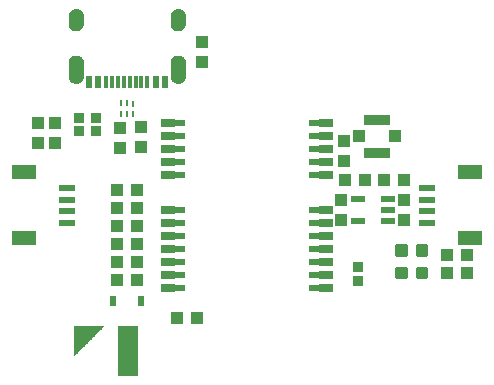
<source format=gtp>
G75*
%MOIN*%
%OFA0B0*%
%FSLAX25Y25*%
%IPPOS*%
%LPD*%
%AMOC8*
5,1,8,0,0,1.08239X$1,22.5*
%
%ADD10R,0.07874X0.04724*%
%ADD11R,0.05315X0.02362*%
%ADD12R,0.04331X0.03937*%
%ADD13C,0.00197*%
%ADD14R,0.06693X0.16535*%
%ADD15R,0.03937X0.04331*%
%ADD16C,0.01181*%
%ADD17R,0.02480X0.03268*%
%ADD18R,0.08661X0.03346*%
%ADD19R,0.04134X0.03937*%
%ADD20R,0.04724X0.02165*%
%ADD21R,0.04724X0.03150*%
%ADD22R,0.03543X0.02362*%
%ADD23R,0.00984X0.02402*%
%ADD24R,0.00984X0.02205*%
%ADD25R,0.01181X0.04000*%
%ADD26R,0.02362X0.04000*%
%ADD27R,0.02165X0.04000*%
%ADD28C,0.00039*%
%ADD29R,0.03543X0.03346*%
D10*
X0158865Y0127876D03*
X0158865Y0149924D03*
X0307802Y0149924D03*
X0307802Y0127876D03*
D11*
X0293333Y0132994D03*
X0293333Y0136931D03*
X0293333Y0140869D03*
X0293333Y0144806D03*
X0173333Y0144806D03*
X0173333Y0140869D03*
X0173333Y0136931D03*
X0173333Y0132994D03*
D12*
X0189987Y0131900D03*
X0196680Y0131900D03*
X0196680Y0125900D03*
X0189987Y0125900D03*
X0189987Y0119900D03*
X0196680Y0119900D03*
X0196680Y0113900D03*
X0189987Y0113900D03*
X0209987Y0101400D03*
X0216680Y0101400D03*
X0196680Y0137900D03*
X0189987Y0137900D03*
X0189987Y0143900D03*
X0196680Y0143900D03*
X0265987Y0147400D03*
X0272680Y0147400D03*
X0278987Y0147400D03*
X0285680Y0147400D03*
X0299987Y0122400D03*
X0306680Y0122400D03*
X0306680Y0116400D03*
X0299987Y0116400D03*
D13*
X0185231Y0098551D02*
X0175782Y0089102D01*
X0175782Y0098551D01*
X0185231Y0098551D01*
X0185123Y0098443D02*
X0175782Y0098443D01*
X0175782Y0098248D02*
X0184928Y0098248D01*
X0184732Y0098053D02*
X0175782Y0098053D01*
X0175782Y0097857D02*
X0184537Y0097857D01*
X0184342Y0097662D02*
X0175782Y0097662D01*
X0175782Y0097467D02*
X0184146Y0097467D01*
X0183951Y0097271D02*
X0175782Y0097271D01*
X0175782Y0097076D02*
X0183756Y0097076D01*
X0183560Y0096881D02*
X0175782Y0096881D01*
X0175782Y0096685D02*
X0183365Y0096685D01*
X0183170Y0096490D02*
X0175782Y0096490D01*
X0175782Y0096294D02*
X0182974Y0096294D01*
X0182779Y0096099D02*
X0175782Y0096099D01*
X0175782Y0095904D02*
X0182583Y0095904D01*
X0182388Y0095708D02*
X0175782Y0095708D01*
X0175782Y0095513D02*
X0182193Y0095513D01*
X0181997Y0095318D02*
X0175782Y0095318D01*
X0175782Y0095122D02*
X0181802Y0095122D01*
X0181607Y0094927D02*
X0175782Y0094927D01*
X0175782Y0094732D02*
X0181411Y0094732D01*
X0181216Y0094536D02*
X0175782Y0094536D01*
X0175782Y0094341D02*
X0181021Y0094341D01*
X0180825Y0094145D02*
X0175782Y0094145D01*
X0175782Y0093950D02*
X0180630Y0093950D01*
X0180435Y0093755D02*
X0175782Y0093755D01*
X0175782Y0093559D02*
X0180239Y0093559D01*
X0180044Y0093364D02*
X0175782Y0093364D01*
X0175782Y0093169D02*
X0179848Y0093169D01*
X0179653Y0092973D02*
X0175782Y0092973D01*
X0175782Y0092778D02*
X0179458Y0092778D01*
X0179262Y0092583D02*
X0175782Y0092583D01*
X0175782Y0092387D02*
X0179067Y0092387D01*
X0178872Y0092192D02*
X0175782Y0092192D01*
X0175782Y0091996D02*
X0178676Y0091996D01*
X0178481Y0091801D02*
X0175782Y0091801D01*
X0175782Y0091606D02*
X0178286Y0091606D01*
X0178090Y0091410D02*
X0175782Y0091410D01*
X0175782Y0091215D02*
X0177895Y0091215D01*
X0177699Y0091020D02*
X0175782Y0091020D01*
X0175782Y0090824D02*
X0177504Y0090824D01*
X0177309Y0090629D02*
X0175782Y0090629D01*
X0175782Y0090434D02*
X0177113Y0090434D01*
X0176918Y0090238D02*
X0175782Y0090238D01*
X0175782Y0090043D02*
X0176723Y0090043D01*
X0176527Y0089847D02*
X0175782Y0089847D01*
X0175782Y0089652D02*
X0176332Y0089652D01*
X0176137Y0089457D02*
X0175782Y0089457D01*
X0175782Y0089261D02*
X0175941Y0089261D01*
D14*
X0193617Y0090362D03*
D15*
X0264833Y0134054D03*
X0264833Y0140746D03*
X0265833Y0153554D03*
X0265833Y0160246D03*
X0285833Y0140746D03*
X0285833Y0134054D03*
X0218333Y0186554D03*
X0218333Y0193246D03*
X0198133Y0164946D03*
X0198133Y0158254D03*
X0190933Y0158054D03*
X0190933Y0164746D03*
X0169433Y0166246D03*
X0163533Y0166246D03*
X0163533Y0159554D03*
X0169433Y0159554D03*
D16*
X0286259Y0125278D02*
X0286259Y0122522D01*
X0283503Y0122522D01*
X0283503Y0125278D01*
X0286259Y0125278D01*
X0286259Y0123644D02*
X0283503Y0123644D01*
X0283503Y0124766D02*
X0286259Y0124766D01*
X0293164Y0125278D02*
X0293164Y0122522D01*
X0290408Y0122522D01*
X0290408Y0125278D01*
X0293164Y0125278D01*
X0293164Y0123644D02*
X0290408Y0123644D01*
X0290408Y0124766D02*
X0293164Y0124766D01*
X0293164Y0117778D02*
X0293164Y0115022D01*
X0290408Y0115022D01*
X0290408Y0117778D01*
X0293164Y0117778D01*
X0293164Y0116144D02*
X0290408Y0116144D01*
X0290408Y0117266D02*
X0293164Y0117266D01*
X0286259Y0117778D02*
X0286259Y0115022D01*
X0283503Y0115022D01*
X0283503Y0117778D01*
X0286259Y0117778D01*
X0286259Y0116144D02*
X0283503Y0116144D01*
X0283503Y0117266D02*
X0286259Y0117266D01*
D17*
X0197861Y0106900D03*
X0188806Y0106900D03*
D18*
X0276833Y0156487D03*
X0276833Y0167313D03*
D19*
X0270829Y0161900D03*
X0282837Y0161900D03*
D20*
X0280452Y0141140D03*
X0280452Y0137400D03*
X0280452Y0133660D03*
X0270215Y0133660D03*
X0270215Y0141140D03*
D21*
X0259711Y0137325D03*
X0259711Y0132994D03*
X0259711Y0128664D03*
X0259711Y0124333D03*
X0259711Y0120002D03*
X0259711Y0115672D03*
X0259711Y0111341D03*
X0206955Y0111341D03*
X0206955Y0115672D03*
X0206955Y0120002D03*
X0206955Y0124333D03*
X0206955Y0128664D03*
X0206955Y0132994D03*
X0206955Y0137325D03*
X0206955Y0149136D03*
X0206955Y0153467D03*
X0206955Y0157798D03*
X0206955Y0162128D03*
X0206955Y0166459D03*
X0259711Y0166459D03*
X0259711Y0162128D03*
X0259711Y0157798D03*
X0259711Y0153467D03*
X0259711Y0149136D03*
D22*
X0255577Y0149136D03*
X0255577Y0153467D03*
X0255577Y0157798D03*
X0255577Y0162128D03*
X0255577Y0166459D03*
X0255577Y0137325D03*
X0255577Y0132994D03*
X0255577Y0128664D03*
X0255577Y0124333D03*
X0255577Y0120002D03*
X0255577Y0115672D03*
X0255577Y0111341D03*
X0211089Y0111341D03*
X0211089Y0115672D03*
X0211089Y0120002D03*
X0211089Y0124333D03*
X0211089Y0128664D03*
X0211089Y0132994D03*
X0211089Y0137325D03*
X0211089Y0149136D03*
X0211089Y0153467D03*
X0211089Y0157798D03*
X0211089Y0162128D03*
X0211089Y0166459D03*
D23*
X0195202Y0172794D03*
D24*
X0193233Y0172893D03*
X0191265Y0172893D03*
X0191265Y0169507D03*
X0193233Y0169507D03*
X0195202Y0169507D03*
D25*
X0196186Y0180094D03*
X0194218Y0180094D03*
X0192249Y0180094D03*
X0190281Y0180094D03*
X0188312Y0180094D03*
X0186344Y0180094D03*
X0198155Y0180094D03*
X0200123Y0180094D03*
D26*
X0205930Y0180094D03*
X0180536Y0180094D03*
D27*
X0183588Y0180094D03*
X0202879Y0180094D03*
D28*
X0207940Y0181518D02*
X0207879Y0181960D01*
X0207879Y0186684D01*
X0207960Y0187183D01*
X0208149Y0187651D01*
X0208438Y0188066D01*
X0208812Y0188406D01*
X0209253Y0188654D01*
X0209737Y0188798D01*
X0210241Y0188830D01*
X0210745Y0188798D01*
X0211230Y0188654D01*
X0211670Y0188406D01*
X0212044Y0188066D01*
X0212333Y0187651D01*
X0212523Y0187183D01*
X0212603Y0186684D01*
X0212603Y0181960D01*
X0212542Y0181518D01*
X0212396Y0181097D01*
X0212171Y0180712D01*
X0211875Y0180378D01*
X0211519Y0180109D01*
X0211118Y0179914D01*
X0210686Y0179801D01*
X0210241Y0179775D01*
X0209796Y0179801D01*
X0209364Y0179914D01*
X0208963Y0180109D01*
X0208608Y0180378D01*
X0208311Y0180712D01*
X0208086Y0181097D01*
X0207940Y0181518D01*
X0207939Y0181522D02*
X0212543Y0181522D01*
X0212548Y0181560D02*
X0207934Y0181560D01*
X0207929Y0181598D02*
X0212554Y0181598D01*
X0212559Y0181636D02*
X0207924Y0181636D01*
X0207918Y0181674D02*
X0212564Y0181674D01*
X0212569Y0181712D02*
X0207913Y0181712D01*
X0207908Y0181750D02*
X0212574Y0181750D01*
X0212580Y0181788D02*
X0207903Y0181788D01*
X0207898Y0181826D02*
X0212585Y0181826D01*
X0212590Y0181863D02*
X0207892Y0181863D01*
X0207887Y0181901D02*
X0212595Y0181901D01*
X0212601Y0181939D02*
X0207882Y0181939D01*
X0207879Y0181977D02*
X0212603Y0181977D01*
X0212603Y0182015D02*
X0207879Y0182015D01*
X0207879Y0182053D02*
X0212603Y0182053D01*
X0212603Y0182091D02*
X0207879Y0182091D01*
X0207879Y0182129D02*
X0212603Y0182129D01*
X0212603Y0182166D02*
X0207879Y0182166D01*
X0207879Y0182204D02*
X0212603Y0182204D01*
X0212603Y0182242D02*
X0207879Y0182242D01*
X0207879Y0182280D02*
X0212603Y0182280D01*
X0212603Y0182318D02*
X0207879Y0182318D01*
X0207879Y0182356D02*
X0212603Y0182356D01*
X0212603Y0182394D02*
X0207879Y0182394D01*
X0207879Y0182432D02*
X0212603Y0182432D01*
X0212603Y0182470D02*
X0207879Y0182470D01*
X0207879Y0182507D02*
X0212603Y0182507D01*
X0212603Y0182545D02*
X0207879Y0182545D01*
X0207879Y0182583D02*
X0212603Y0182583D01*
X0212603Y0182621D02*
X0207879Y0182621D01*
X0207879Y0182659D02*
X0212603Y0182659D01*
X0212603Y0182697D02*
X0207879Y0182697D01*
X0207879Y0182735D02*
X0212603Y0182735D01*
X0212603Y0182773D02*
X0207879Y0182773D01*
X0207879Y0182810D02*
X0212603Y0182810D01*
X0212603Y0182848D02*
X0207879Y0182848D01*
X0207879Y0182886D02*
X0212603Y0182886D01*
X0212603Y0182924D02*
X0207879Y0182924D01*
X0207879Y0182962D02*
X0212603Y0182962D01*
X0212603Y0183000D02*
X0207879Y0183000D01*
X0207879Y0183038D02*
X0212603Y0183038D01*
X0212603Y0183076D02*
X0207879Y0183076D01*
X0207879Y0183114D02*
X0212603Y0183114D01*
X0212603Y0183151D02*
X0207879Y0183151D01*
X0207879Y0183189D02*
X0212603Y0183189D01*
X0212603Y0183227D02*
X0207879Y0183227D01*
X0207879Y0183265D02*
X0212603Y0183265D01*
X0212603Y0183303D02*
X0207879Y0183303D01*
X0207879Y0183341D02*
X0212603Y0183341D01*
X0212603Y0183379D02*
X0207879Y0183379D01*
X0207879Y0183417D02*
X0212603Y0183417D01*
X0212603Y0183454D02*
X0207879Y0183454D01*
X0207879Y0183492D02*
X0212603Y0183492D01*
X0212603Y0183530D02*
X0207879Y0183530D01*
X0207879Y0183568D02*
X0212603Y0183568D01*
X0212603Y0183606D02*
X0207879Y0183606D01*
X0207879Y0183644D02*
X0212603Y0183644D01*
X0212603Y0183682D02*
X0207879Y0183682D01*
X0207879Y0183720D02*
X0212603Y0183720D01*
X0212603Y0183757D02*
X0207879Y0183757D01*
X0207879Y0183795D02*
X0212603Y0183795D01*
X0212603Y0183833D02*
X0207879Y0183833D01*
X0207879Y0183871D02*
X0212603Y0183871D01*
X0212603Y0183909D02*
X0207879Y0183909D01*
X0207879Y0183947D02*
X0212603Y0183947D01*
X0212603Y0183985D02*
X0207879Y0183985D01*
X0207879Y0184023D02*
X0212603Y0184023D01*
X0212603Y0184061D02*
X0207879Y0184061D01*
X0207879Y0184098D02*
X0212603Y0184098D01*
X0212603Y0184136D02*
X0207879Y0184136D01*
X0207879Y0184174D02*
X0212603Y0184174D01*
X0212603Y0184212D02*
X0207879Y0184212D01*
X0207879Y0184250D02*
X0212603Y0184250D01*
X0212603Y0184288D02*
X0207879Y0184288D01*
X0207879Y0184326D02*
X0212603Y0184326D01*
X0212603Y0184364D02*
X0207879Y0184364D01*
X0207879Y0184401D02*
X0212603Y0184401D01*
X0212603Y0184439D02*
X0207879Y0184439D01*
X0207879Y0184477D02*
X0212603Y0184477D01*
X0212603Y0184515D02*
X0207879Y0184515D01*
X0207879Y0184553D02*
X0212603Y0184553D01*
X0212603Y0184591D02*
X0207879Y0184591D01*
X0207879Y0184629D02*
X0212603Y0184629D01*
X0212603Y0184667D02*
X0207879Y0184667D01*
X0207879Y0184705D02*
X0212603Y0184705D01*
X0212603Y0184742D02*
X0207879Y0184742D01*
X0207879Y0184780D02*
X0212603Y0184780D01*
X0212603Y0184818D02*
X0207879Y0184818D01*
X0207879Y0184856D02*
X0212603Y0184856D01*
X0212603Y0184894D02*
X0207879Y0184894D01*
X0207879Y0184932D02*
X0212603Y0184932D01*
X0212603Y0184970D02*
X0207879Y0184970D01*
X0207879Y0185008D02*
X0212603Y0185008D01*
X0212603Y0185045D02*
X0207879Y0185045D01*
X0207879Y0185083D02*
X0212603Y0185083D01*
X0212603Y0185121D02*
X0207879Y0185121D01*
X0207879Y0185159D02*
X0212603Y0185159D01*
X0212603Y0185197D02*
X0207879Y0185197D01*
X0207879Y0185235D02*
X0212603Y0185235D01*
X0212603Y0185273D02*
X0207879Y0185273D01*
X0207879Y0185311D02*
X0212603Y0185311D01*
X0212603Y0185349D02*
X0207879Y0185349D01*
X0207879Y0185386D02*
X0212603Y0185386D01*
X0212603Y0185424D02*
X0207879Y0185424D01*
X0207879Y0185462D02*
X0212603Y0185462D01*
X0212603Y0185500D02*
X0207879Y0185500D01*
X0207879Y0185538D02*
X0212603Y0185538D01*
X0212603Y0185576D02*
X0207879Y0185576D01*
X0207879Y0185614D02*
X0212603Y0185614D01*
X0212603Y0185652D02*
X0207879Y0185652D01*
X0207879Y0185689D02*
X0212603Y0185689D01*
X0212603Y0185727D02*
X0207879Y0185727D01*
X0207879Y0185765D02*
X0212603Y0185765D01*
X0212603Y0185803D02*
X0207879Y0185803D01*
X0207879Y0185841D02*
X0212603Y0185841D01*
X0212603Y0185879D02*
X0207879Y0185879D01*
X0207879Y0185917D02*
X0212603Y0185917D01*
X0212603Y0185955D02*
X0207879Y0185955D01*
X0207879Y0185992D02*
X0212603Y0185992D01*
X0212603Y0186030D02*
X0207879Y0186030D01*
X0207879Y0186068D02*
X0212603Y0186068D01*
X0212603Y0186106D02*
X0207879Y0186106D01*
X0207879Y0186144D02*
X0212603Y0186144D01*
X0212603Y0186182D02*
X0207879Y0186182D01*
X0207879Y0186220D02*
X0212603Y0186220D01*
X0212603Y0186258D02*
X0207879Y0186258D01*
X0207879Y0186296D02*
X0212603Y0186296D01*
X0212603Y0186333D02*
X0207879Y0186333D01*
X0207879Y0186371D02*
X0212603Y0186371D01*
X0212603Y0186409D02*
X0207879Y0186409D01*
X0207879Y0186447D02*
X0212603Y0186447D01*
X0212603Y0186485D02*
X0207879Y0186485D01*
X0207879Y0186523D02*
X0212603Y0186523D01*
X0212603Y0186561D02*
X0207879Y0186561D01*
X0207879Y0186599D02*
X0212603Y0186599D01*
X0212603Y0186636D02*
X0207879Y0186636D01*
X0207879Y0186674D02*
X0212603Y0186674D01*
X0212599Y0186712D02*
X0207884Y0186712D01*
X0207890Y0186750D02*
X0212593Y0186750D01*
X0212587Y0186788D02*
X0207896Y0186788D01*
X0207902Y0186826D02*
X0212581Y0186826D01*
X0212574Y0186864D02*
X0207908Y0186864D01*
X0207914Y0186902D02*
X0212568Y0186902D01*
X0212562Y0186940D02*
X0207920Y0186940D01*
X0207926Y0186977D02*
X0212556Y0186977D01*
X0212550Y0187015D02*
X0207932Y0187015D01*
X0207939Y0187053D02*
X0212544Y0187053D01*
X0212538Y0187091D02*
X0207945Y0187091D01*
X0207951Y0187129D02*
X0212532Y0187129D01*
X0212525Y0187167D02*
X0207957Y0187167D01*
X0207968Y0187205D02*
X0212514Y0187205D01*
X0212499Y0187243D02*
X0207984Y0187243D01*
X0207999Y0187280D02*
X0212483Y0187280D01*
X0212468Y0187318D02*
X0208014Y0187318D01*
X0208030Y0187356D02*
X0212453Y0187356D01*
X0212437Y0187394D02*
X0208045Y0187394D01*
X0208060Y0187432D02*
X0212422Y0187432D01*
X0212407Y0187470D02*
X0208076Y0187470D01*
X0208091Y0187508D02*
X0212391Y0187508D01*
X0212376Y0187546D02*
X0208106Y0187546D01*
X0208122Y0187584D02*
X0212361Y0187584D01*
X0212345Y0187621D02*
X0208137Y0187621D01*
X0208155Y0187659D02*
X0212328Y0187659D01*
X0212301Y0187697D02*
X0208181Y0187697D01*
X0208207Y0187735D02*
X0212275Y0187735D01*
X0212249Y0187773D02*
X0208234Y0187773D01*
X0208260Y0187811D02*
X0212222Y0187811D01*
X0212196Y0187849D02*
X0208287Y0187849D01*
X0208313Y0187887D02*
X0212169Y0187887D01*
X0212143Y0187924D02*
X0208340Y0187924D01*
X0208366Y0187962D02*
X0212116Y0187962D01*
X0212090Y0188000D02*
X0208392Y0188000D01*
X0208419Y0188038D02*
X0212064Y0188038D01*
X0212033Y0188076D02*
X0208449Y0188076D01*
X0208491Y0188114D02*
X0211991Y0188114D01*
X0211950Y0188152D02*
X0208533Y0188152D01*
X0208574Y0188190D02*
X0211908Y0188190D01*
X0211866Y0188227D02*
X0208616Y0188227D01*
X0208658Y0188265D02*
X0211825Y0188265D01*
X0211783Y0188303D02*
X0208700Y0188303D01*
X0208741Y0188341D02*
X0211741Y0188341D01*
X0211699Y0188379D02*
X0208783Y0188379D01*
X0208832Y0188417D02*
X0211650Y0188417D01*
X0211583Y0188455D02*
X0208899Y0188455D01*
X0208967Y0188493D02*
X0211516Y0188493D01*
X0211448Y0188531D02*
X0209034Y0188531D01*
X0209101Y0188568D02*
X0211381Y0188568D01*
X0211314Y0188606D02*
X0209168Y0188606D01*
X0209236Y0188644D02*
X0211247Y0188644D01*
X0211134Y0188682D02*
X0209348Y0188682D01*
X0209476Y0188720D02*
X0211007Y0188720D01*
X0210879Y0188758D02*
X0209603Y0188758D01*
X0209731Y0188796D02*
X0210751Y0188796D01*
X0212531Y0181485D02*
X0207952Y0181485D01*
X0207965Y0181447D02*
X0212518Y0181447D01*
X0212505Y0181409D02*
X0207978Y0181409D01*
X0207991Y0181371D02*
X0212492Y0181371D01*
X0212478Y0181333D02*
X0208004Y0181333D01*
X0208017Y0181295D02*
X0212465Y0181295D01*
X0212452Y0181257D02*
X0208030Y0181257D01*
X0208043Y0181219D02*
X0212439Y0181219D01*
X0212426Y0181182D02*
X0208057Y0181182D01*
X0208070Y0181144D02*
X0212413Y0181144D01*
X0212400Y0181106D02*
X0208083Y0181106D01*
X0208103Y0181068D02*
X0212380Y0181068D01*
X0212358Y0181030D02*
X0208125Y0181030D01*
X0208147Y0180992D02*
X0212335Y0180992D01*
X0212313Y0180954D02*
X0208169Y0180954D01*
X0208191Y0180916D02*
X0212291Y0180916D01*
X0212269Y0180879D02*
X0208214Y0180879D01*
X0208236Y0180841D02*
X0212247Y0180841D01*
X0212224Y0180803D02*
X0208258Y0180803D01*
X0208280Y0180765D02*
X0212202Y0180765D01*
X0212180Y0180727D02*
X0208302Y0180727D01*
X0208331Y0180689D02*
X0212151Y0180689D01*
X0212117Y0180651D02*
X0208365Y0180651D01*
X0208399Y0180613D02*
X0212084Y0180613D01*
X0212050Y0180575D02*
X0208432Y0180575D01*
X0208466Y0180538D02*
X0212016Y0180538D01*
X0211983Y0180500D02*
X0208500Y0180500D01*
X0208533Y0180462D02*
X0211949Y0180462D01*
X0211916Y0180424D02*
X0208567Y0180424D01*
X0208601Y0180386D02*
X0211882Y0180386D01*
X0211835Y0180348D02*
X0208647Y0180348D01*
X0208697Y0180310D02*
X0211785Y0180310D01*
X0211735Y0180272D02*
X0208747Y0180272D01*
X0208797Y0180235D02*
X0211685Y0180235D01*
X0211635Y0180197D02*
X0208847Y0180197D01*
X0208897Y0180159D02*
X0211585Y0180159D01*
X0211535Y0180121D02*
X0208947Y0180121D01*
X0209016Y0180083D02*
X0211466Y0180083D01*
X0211388Y0180045D02*
X0209094Y0180045D01*
X0209172Y0180007D02*
X0211310Y0180007D01*
X0211232Y0179969D02*
X0209250Y0179969D01*
X0209328Y0179931D02*
X0211154Y0179931D01*
X0211040Y0179894D02*
X0209442Y0179894D01*
X0209587Y0179856D02*
X0210895Y0179856D01*
X0210750Y0179818D02*
X0209732Y0179818D01*
X0210154Y0179780D02*
X0210328Y0179780D01*
X0210241Y0197216D02*
X0209779Y0197263D01*
X0209334Y0197400D01*
X0208925Y0197621D01*
X0208567Y0197917D01*
X0208273Y0198278D01*
X0208056Y0198689D01*
X0207923Y0199135D01*
X0207879Y0199598D01*
X0207879Y0201960D01*
X0207926Y0202419D01*
X0208062Y0202859D01*
X0208281Y0203265D01*
X0208575Y0203620D01*
X0208933Y0203911D01*
X0209340Y0204127D01*
X0209782Y0204259D01*
X0210241Y0204302D01*
X0210765Y0204246D01*
X0211263Y0204074D01*
X0211710Y0203795D01*
X0212084Y0203424D01*
X0212366Y0202980D01*
X0212542Y0202483D01*
X0212603Y0201960D01*
X0212603Y0199598D01*
X0212546Y0199070D01*
X0212373Y0198567D01*
X0212092Y0198117D01*
X0211718Y0197739D01*
X0211269Y0197455D01*
X0210769Y0197277D01*
X0210241Y0197216D01*
X0210477Y0197243D02*
X0209973Y0197243D01*
X0209720Y0197281D02*
X0210779Y0197281D01*
X0210886Y0197319D02*
X0209597Y0197319D01*
X0209474Y0197357D02*
X0210993Y0197357D01*
X0211100Y0197395D02*
X0209351Y0197395D01*
X0209274Y0197433D02*
X0211207Y0197433D01*
X0211294Y0197471D02*
X0209204Y0197471D01*
X0209133Y0197508D02*
X0211354Y0197508D01*
X0211414Y0197546D02*
X0209063Y0197546D01*
X0208993Y0197584D02*
X0211473Y0197584D01*
X0211533Y0197622D02*
X0208924Y0197622D01*
X0208878Y0197660D02*
X0211593Y0197660D01*
X0211652Y0197698D02*
X0208832Y0197698D01*
X0208786Y0197736D02*
X0211712Y0197736D01*
X0211752Y0197774D02*
X0208741Y0197774D01*
X0208695Y0197811D02*
X0211790Y0197811D01*
X0211827Y0197849D02*
X0208649Y0197849D01*
X0208603Y0197887D02*
X0211865Y0197887D01*
X0211902Y0197925D02*
X0208561Y0197925D01*
X0208530Y0197963D02*
X0211940Y0197963D01*
X0211977Y0198001D02*
X0208499Y0198001D01*
X0208468Y0198039D02*
X0212015Y0198039D01*
X0212052Y0198077D02*
X0208437Y0198077D01*
X0208406Y0198115D02*
X0212090Y0198115D01*
X0212114Y0198152D02*
X0208376Y0198152D01*
X0208345Y0198190D02*
X0212138Y0198190D01*
X0212162Y0198228D02*
X0208314Y0198228D01*
X0208283Y0198266D02*
X0212185Y0198266D01*
X0212209Y0198304D02*
X0208260Y0198304D01*
X0208240Y0198342D02*
X0212232Y0198342D01*
X0212256Y0198380D02*
X0208220Y0198380D01*
X0208199Y0198418D02*
X0212279Y0198418D01*
X0212303Y0198455D02*
X0208179Y0198455D01*
X0208159Y0198493D02*
X0212327Y0198493D01*
X0212350Y0198531D02*
X0208139Y0198531D01*
X0208119Y0198569D02*
X0212373Y0198569D01*
X0212386Y0198607D02*
X0208099Y0198607D01*
X0208079Y0198645D02*
X0212400Y0198645D01*
X0212413Y0198683D02*
X0208059Y0198683D01*
X0208046Y0198721D02*
X0212426Y0198721D01*
X0212439Y0198759D02*
X0208035Y0198759D01*
X0208024Y0198796D02*
X0212452Y0198796D01*
X0212465Y0198834D02*
X0208012Y0198834D01*
X0208001Y0198872D02*
X0212478Y0198872D01*
X0212491Y0198910D02*
X0207990Y0198910D01*
X0207978Y0198948D02*
X0212504Y0198948D01*
X0212517Y0198986D02*
X0207967Y0198986D01*
X0207956Y0199024D02*
X0212530Y0199024D01*
X0212543Y0199062D02*
X0207945Y0199062D01*
X0207933Y0199099D02*
X0212549Y0199099D01*
X0212553Y0199137D02*
X0207922Y0199137D01*
X0207919Y0199175D02*
X0212558Y0199175D01*
X0212562Y0199213D02*
X0207915Y0199213D01*
X0207912Y0199251D02*
X0212566Y0199251D01*
X0212570Y0199289D02*
X0207908Y0199289D01*
X0207905Y0199327D02*
X0212574Y0199327D01*
X0212578Y0199365D02*
X0207901Y0199365D01*
X0207897Y0199403D02*
X0212582Y0199403D01*
X0212586Y0199440D02*
X0207894Y0199440D01*
X0207890Y0199478D02*
X0212590Y0199478D01*
X0212595Y0199516D02*
X0207887Y0199516D01*
X0207883Y0199554D02*
X0212599Y0199554D01*
X0212603Y0199592D02*
X0207880Y0199592D01*
X0207879Y0199630D02*
X0212603Y0199630D01*
X0212603Y0199668D02*
X0207879Y0199668D01*
X0207879Y0199706D02*
X0212603Y0199706D01*
X0212603Y0199743D02*
X0207879Y0199743D01*
X0207879Y0199781D02*
X0212603Y0199781D01*
X0212603Y0199819D02*
X0207879Y0199819D01*
X0207879Y0199857D02*
X0212603Y0199857D01*
X0212603Y0199895D02*
X0207879Y0199895D01*
X0207879Y0199933D02*
X0212603Y0199933D01*
X0212603Y0199971D02*
X0207879Y0199971D01*
X0207879Y0200009D02*
X0212603Y0200009D01*
X0212603Y0200046D02*
X0207879Y0200046D01*
X0207879Y0200084D02*
X0212603Y0200084D01*
X0212603Y0200122D02*
X0207879Y0200122D01*
X0207879Y0200160D02*
X0212603Y0200160D01*
X0212603Y0200198D02*
X0207879Y0200198D01*
X0207879Y0200236D02*
X0212603Y0200236D01*
X0212603Y0200274D02*
X0207879Y0200274D01*
X0207879Y0200312D02*
X0212603Y0200312D01*
X0212603Y0200350D02*
X0207879Y0200350D01*
X0207879Y0200387D02*
X0212603Y0200387D01*
X0212603Y0200425D02*
X0207879Y0200425D01*
X0207879Y0200463D02*
X0212603Y0200463D01*
X0212603Y0200501D02*
X0207879Y0200501D01*
X0207879Y0200539D02*
X0212603Y0200539D01*
X0212603Y0200577D02*
X0207879Y0200577D01*
X0207879Y0200615D02*
X0212603Y0200615D01*
X0212603Y0200653D02*
X0207879Y0200653D01*
X0207879Y0200690D02*
X0212603Y0200690D01*
X0212603Y0200728D02*
X0207879Y0200728D01*
X0207879Y0200766D02*
X0212603Y0200766D01*
X0212603Y0200804D02*
X0207879Y0200804D01*
X0207879Y0200842D02*
X0212603Y0200842D01*
X0212603Y0200880D02*
X0207879Y0200880D01*
X0207879Y0200918D02*
X0212603Y0200918D01*
X0212603Y0200956D02*
X0207879Y0200956D01*
X0207879Y0200994D02*
X0212603Y0200994D01*
X0212603Y0201031D02*
X0207879Y0201031D01*
X0207879Y0201069D02*
X0212603Y0201069D01*
X0212603Y0201107D02*
X0207879Y0201107D01*
X0207879Y0201145D02*
X0212603Y0201145D01*
X0212603Y0201183D02*
X0207879Y0201183D01*
X0207879Y0201221D02*
X0212603Y0201221D01*
X0212603Y0201259D02*
X0207879Y0201259D01*
X0207879Y0201297D02*
X0212603Y0201297D01*
X0212603Y0201334D02*
X0207879Y0201334D01*
X0207879Y0201372D02*
X0212603Y0201372D01*
X0212603Y0201410D02*
X0207879Y0201410D01*
X0207879Y0201448D02*
X0212603Y0201448D01*
X0212603Y0201486D02*
X0207879Y0201486D01*
X0207879Y0201524D02*
X0212603Y0201524D01*
X0212603Y0201562D02*
X0207879Y0201562D01*
X0207879Y0201600D02*
X0212603Y0201600D01*
X0212603Y0201638D02*
X0207879Y0201638D01*
X0207879Y0201675D02*
X0212603Y0201675D01*
X0212603Y0201713D02*
X0207879Y0201713D01*
X0207879Y0201751D02*
X0212603Y0201751D01*
X0212603Y0201789D02*
X0207879Y0201789D01*
X0207879Y0201827D02*
X0212603Y0201827D01*
X0212603Y0201865D02*
X0207879Y0201865D01*
X0207879Y0201903D02*
X0212603Y0201903D01*
X0212603Y0201941D02*
X0207879Y0201941D01*
X0207881Y0201978D02*
X0212601Y0201978D01*
X0212597Y0202016D02*
X0207885Y0202016D01*
X0207889Y0202054D02*
X0212592Y0202054D01*
X0212588Y0202092D02*
X0207893Y0202092D01*
X0207896Y0202130D02*
X0212584Y0202130D01*
X0212579Y0202168D02*
X0207900Y0202168D01*
X0207904Y0202206D02*
X0212575Y0202206D01*
X0212570Y0202244D02*
X0207908Y0202244D01*
X0207912Y0202281D02*
X0212566Y0202281D01*
X0212561Y0202319D02*
X0207916Y0202319D01*
X0207920Y0202357D02*
X0212557Y0202357D01*
X0212553Y0202395D02*
X0207924Y0202395D01*
X0207931Y0202433D02*
X0212548Y0202433D01*
X0212544Y0202471D02*
X0207942Y0202471D01*
X0207954Y0202509D02*
X0212533Y0202509D01*
X0212520Y0202547D02*
X0207966Y0202547D01*
X0207977Y0202585D02*
X0212506Y0202585D01*
X0212493Y0202622D02*
X0207989Y0202622D01*
X0208001Y0202660D02*
X0212479Y0202660D01*
X0212466Y0202698D02*
X0208012Y0202698D01*
X0208024Y0202736D02*
X0212452Y0202736D01*
X0212439Y0202774D02*
X0208036Y0202774D01*
X0208047Y0202812D02*
X0212426Y0202812D01*
X0212412Y0202850D02*
X0208059Y0202850D01*
X0208077Y0202888D02*
X0212399Y0202888D01*
X0212385Y0202925D02*
X0208098Y0202925D01*
X0208118Y0202963D02*
X0212372Y0202963D01*
X0212352Y0203001D02*
X0208138Y0203001D01*
X0208159Y0203039D02*
X0212328Y0203039D01*
X0212304Y0203077D02*
X0208179Y0203077D01*
X0208200Y0203115D02*
X0212280Y0203115D01*
X0212256Y0203153D02*
X0208220Y0203153D01*
X0208241Y0203191D02*
X0212232Y0203191D01*
X0212208Y0203229D02*
X0208261Y0203229D01*
X0208282Y0203266D02*
X0212184Y0203266D01*
X0212160Y0203304D02*
X0208313Y0203304D01*
X0208345Y0203342D02*
X0212136Y0203342D01*
X0212112Y0203380D02*
X0208376Y0203380D01*
X0208407Y0203418D02*
X0212088Y0203418D01*
X0212052Y0203456D02*
X0208439Y0203456D01*
X0208470Y0203494D02*
X0212014Y0203494D01*
X0211976Y0203532D02*
X0208501Y0203532D01*
X0208533Y0203569D02*
X0211938Y0203569D01*
X0211900Y0203607D02*
X0208564Y0203607D01*
X0208606Y0203645D02*
X0211861Y0203645D01*
X0211823Y0203683D02*
X0208652Y0203683D01*
X0208699Y0203721D02*
X0211785Y0203721D01*
X0211747Y0203759D02*
X0208745Y0203759D01*
X0208792Y0203797D02*
X0211708Y0203797D01*
X0211647Y0203835D02*
X0208838Y0203835D01*
X0208885Y0203873D02*
X0211586Y0203873D01*
X0211525Y0203910D02*
X0208931Y0203910D01*
X0209002Y0203948D02*
X0211464Y0203948D01*
X0211403Y0203986D02*
X0209074Y0203986D01*
X0209146Y0204024D02*
X0211343Y0204024D01*
X0211282Y0204062D02*
X0209217Y0204062D01*
X0209289Y0204100D02*
X0211187Y0204100D01*
X0211077Y0204138D02*
X0209376Y0204138D01*
X0209503Y0204176D02*
X0210968Y0204176D01*
X0210858Y0204213D02*
X0209629Y0204213D01*
X0209756Y0204251D02*
X0210712Y0204251D01*
X0210362Y0204289D02*
X0210102Y0204289D01*
X0178588Y0201960D02*
X0178588Y0199598D01*
X0178530Y0199070D01*
X0178357Y0198567D01*
X0178076Y0198117D01*
X0177702Y0197739D01*
X0177254Y0197455D01*
X0176753Y0197277D01*
X0176225Y0197216D01*
X0175763Y0197263D01*
X0175318Y0197400D01*
X0174909Y0197621D01*
X0174551Y0197917D01*
X0174258Y0198278D01*
X0174040Y0198689D01*
X0173907Y0199135D01*
X0173863Y0199598D01*
X0173863Y0201960D01*
X0173910Y0202419D01*
X0174046Y0202859D01*
X0174265Y0203265D01*
X0174559Y0203620D01*
X0174917Y0203911D01*
X0175324Y0204127D01*
X0175766Y0204259D01*
X0176225Y0204302D01*
X0176749Y0204246D01*
X0177247Y0204074D01*
X0177694Y0203795D01*
X0178068Y0203424D01*
X0178350Y0202980D01*
X0178526Y0202483D01*
X0178588Y0201960D01*
X0178585Y0201978D02*
X0173865Y0201978D01*
X0173863Y0201941D02*
X0178588Y0201941D01*
X0178588Y0201903D02*
X0173863Y0201903D01*
X0173863Y0201865D02*
X0178588Y0201865D01*
X0178588Y0201827D02*
X0173863Y0201827D01*
X0173863Y0201789D02*
X0178588Y0201789D01*
X0178588Y0201751D02*
X0173863Y0201751D01*
X0173863Y0201713D02*
X0178588Y0201713D01*
X0178588Y0201675D02*
X0173863Y0201675D01*
X0173863Y0201638D02*
X0178588Y0201638D01*
X0178588Y0201600D02*
X0173863Y0201600D01*
X0173863Y0201562D02*
X0178588Y0201562D01*
X0178588Y0201524D02*
X0173863Y0201524D01*
X0173863Y0201486D02*
X0178588Y0201486D01*
X0178588Y0201448D02*
X0173863Y0201448D01*
X0173863Y0201410D02*
X0178588Y0201410D01*
X0178588Y0201372D02*
X0173863Y0201372D01*
X0173863Y0201334D02*
X0178588Y0201334D01*
X0178588Y0201297D02*
X0173863Y0201297D01*
X0173863Y0201259D02*
X0178588Y0201259D01*
X0178588Y0201221D02*
X0173863Y0201221D01*
X0173863Y0201183D02*
X0178588Y0201183D01*
X0178588Y0201145D02*
X0173863Y0201145D01*
X0173863Y0201107D02*
X0178588Y0201107D01*
X0178588Y0201069D02*
X0173863Y0201069D01*
X0173863Y0201031D02*
X0178588Y0201031D01*
X0178588Y0200994D02*
X0173863Y0200994D01*
X0173863Y0200956D02*
X0178588Y0200956D01*
X0178588Y0200918D02*
X0173863Y0200918D01*
X0173863Y0200880D02*
X0178588Y0200880D01*
X0178588Y0200842D02*
X0173863Y0200842D01*
X0173863Y0200804D02*
X0178588Y0200804D01*
X0178588Y0200766D02*
X0173863Y0200766D01*
X0173863Y0200728D02*
X0178588Y0200728D01*
X0178588Y0200690D02*
X0173863Y0200690D01*
X0173863Y0200653D02*
X0178588Y0200653D01*
X0178588Y0200615D02*
X0173863Y0200615D01*
X0173863Y0200577D02*
X0178588Y0200577D01*
X0178588Y0200539D02*
X0173863Y0200539D01*
X0173863Y0200501D02*
X0178588Y0200501D01*
X0178588Y0200463D02*
X0173863Y0200463D01*
X0173863Y0200425D02*
X0178588Y0200425D01*
X0178588Y0200387D02*
X0173863Y0200387D01*
X0173863Y0200350D02*
X0178588Y0200350D01*
X0178588Y0200312D02*
X0173863Y0200312D01*
X0173863Y0200274D02*
X0178588Y0200274D01*
X0178588Y0200236D02*
X0173863Y0200236D01*
X0173863Y0200198D02*
X0178588Y0200198D01*
X0178588Y0200160D02*
X0173863Y0200160D01*
X0173863Y0200122D02*
X0178588Y0200122D01*
X0178588Y0200084D02*
X0173863Y0200084D01*
X0173863Y0200046D02*
X0178588Y0200046D01*
X0178588Y0200009D02*
X0173863Y0200009D01*
X0173863Y0199971D02*
X0178588Y0199971D01*
X0178588Y0199933D02*
X0173863Y0199933D01*
X0173863Y0199895D02*
X0178588Y0199895D01*
X0178588Y0199857D02*
X0173863Y0199857D01*
X0173863Y0199819D02*
X0178588Y0199819D01*
X0178588Y0199781D02*
X0173863Y0199781D01*
X0173863Y0199743D02*
X0178588Y0199743D01*
X0178588Y0199706D02*
X0173863Y0199706D01*
X0173863Y0199668D02*
X0178588Y0199668D01*
X0178588Y0199630D02*
X0173863Y0199630D01*
X0173864Y0199592D02*
X0178587Y0199592D01*
X0178583Y0199554D02*
X0173867Y0199554D01*
X0173871Y0199516D02*
X0178579Y0199516D01*
X0178575Y0199478D02*
X0173875Y0199478D01*
X0173878Y0199440D02*
X0178571Y0199440D01*
X0178566Y0199403D02*
X0173882Y0199403D01*
X0173885Y0199365D02*
X0178562Y0199365D01*
X0178558Y0199327D02*
X0173889Y0199327D01*
X0173892Y0199289D02*
X0178554Y0199289D01*
X0178550Y0199251D02*
X0173896Y0199251D01*
X0173900Y0199213D02*
X0178546Y0199213D01*
X0178542Y0199175D02*
X0173903Y0199175D01*
X0173907Y0199137D02*
X0178538Y0199137D01*
X0178534Y0199099D02*
X0173917Y0199099D01*
X0173929Y0199062D02*
X0178528Y0199062D01*
X0178515Y0199024D02*
X0173940Y0199024D01*
X0173951Y0198986D02*
X0178501Y0198986D01*
X0178488Y0198948D02*
X0173963Y0198948D01*
X0173974Y0198910D02*
X0178475Y0198910D01*
X0178462Y0198872D02*
X0173985Y0198872D01*
X0173997Y0198834D02*
X0178449Y0198834D01*
X0178436Y0198796D02*
X0174008Y0198796D01*
X0174019Y0198759D02*
X0178423Y0198759D01*
X0178410Y0198721D02*
X0174031Y0198721D01*
X0174043Y0198683D02*
X0178397Y0198683D01*
X0178384Y0198645D02*
X0174063Y0198645D01*
X0174084Y0198607D02*
X0178371Y0198607D01*
X0178358Y0198569D02*
X0174104Y0198569D01*
X0174124Y0198531D02*
X0178334Y0198531D01*
X0178311Y0198493D02*
X0174144Y0198493D01*
X0174164Y0198455D02*
X0178287Y0198455D01*
X0178264Y0198418D02*
X0174184Y0198418D01*
X0174204Y0198380D02*
X0178240Y0198380D01*
X0178217Y0198342D02*
X0174224Y0198342D01*
X0174244Y0198304D02*
X0178193Y0198304D01*
X0178169Y0198266D02*
X0174267Y0198266D01*
X0174298Y0198228D02*
X0178146Y0198228D01*
X0178122Y0198190D02*
X0174329Y0198190D01*
X0174360Y0198152D02*
X0178099Y0198152D01*
X0178074Y0198115D02*
X0174391Y0198115D01*
X0174422Y0198077D02*
X0178037Y0198077D01*
X0177999Y0198039D02*
X0174452Y0198039D01*
X0174483Y0198001D02*
X0177962Y0198001D01*
X0177924Y0197963D02*
X0174514Y0197963D01*
X0174545Y0197925D02*
X0177886Y0197925D01*
X0177849Y0197887D02*
X0174588Y0197887D01*
X0174633Y0197849D02*
X0177811Y0197849D01*
X0177774Y0197811D02*
X0174679Y0197811D01*
X0174725Y0197774D02*
X0177736Y0197774D01*
X0177696Y0197736D02*
X0174771Y0197736D01*
X0174816Y0197698D02*
X0177637Y0197698D01*
X0177577Y0197660D02*
X0174862Y0197660D01*
X0174908Y0197622D02*
X0177517Y0197622D01*
X0177458Y0197584D02*
X0174977Y0197584D01*
X0175048Y0197546D02*
X0177398Y0197546D01*
X0177338Y0197508D02*
X0175118Y0197508D01*
X0175188Y0197471D02*
X0177278Y0197471D01*
X0177191Y0197433D02*
X0175258Y0197433D01*
X0175336Y0197395D02*
X0177084Y0197395D01*
X0176977Y0197357D02*
X0175459Y0197357D01*
X0175582Y0197319D02*
X0176870Y0197319D01*
X0176764Y0197281D02*
X0175705Y0197281D01*
X0175957Y0197243D02*
X0176461Y0197243D01*
X0178581Y0202016D02*
X0173869Y0202016D01*
X0173873Y0202054D02*
X0178577Y0202054D01*
X0178572Y0202092D02*
X0173877Y0202092D01*
X0173881Y0202130D02*
X0178568Y0202130D01*
X0178563Y0202168D02*
X0173885Y0202168D01*
X0173888Y0202206D02*
X0178559Y0202206D01*
X0178554Y0202244D02*
X0173892Y0202244D01*
X0173896Y0202281D02*
X0178550Y0202281D01*
X0178546Y0202319D02*
X0173900Y0202319D01*
X0173904Y0202357D02*
X0178541Y0202357D01*
X0178537Y0202395D02*
X0173908Y0202395D01*
X0173915Y0202433D02*
X0178532Y0202433D01*
X0178528Y0202471D02*
X0173926Y0202471D01*
X0173938Y0202509D02*
X0178517Y0202509D01*
X0178504Y0202547D02*
X0173950Y0202547D01*
X0173961Y0202585D02*
X0178490Y0202585D01*
X0178477Y0202622D02*
X0173973Y0202622D01*
X0173985Y0202660D02*
X0178464Y0202660D01*
X0178450Y0202698D02*
X0173996Y0202698D01*
X0174008Y0202736D02*
X0178437Y0202736D01*
X0178423Y0202774D02*
X0174020Y0202774D01*
X0174031Y0202812D02*
X0178410Y0202812D01*
X0178396Y0202850D02*
X0174043Y0202850D01*
X0174061Y0202888D02*
X0178383Y0202888D01*
X0178370Y0202925D02*
X0174082Y0202925D01*
X0174102Y0202963D02*
X0178356Y0202963D01*
X0178337Y0203001D02*
X0174123Y0203001D01*
X0174143Y0203039D02*
X0178313Y0203039D01*
X0178289Y0203077D02*
X0174164Y0203077D01*
X0174184Y0203115D02*
X0178265Y0203115D01*
X0178241Y0203153D02*
X0174205Y0203153D01*
X0174225Y0203191D02*
X0178217Y0203191D01*
X0178193Y0203229D02*
X0174245Y0203229D01*
X0174266Y0203266D02*
X0178168Y0203266D01*
X0178144Y0203304D02*
X0174298Y0203304D01*
X0174329Y0203342D02*
X0178120Y0203342D01*
X0178096Y0203380D02*
X0174360Y0203380D01*
X0174392Y0203418D02*
X0178072Y0203418D01*
X0178037Y0203456D02*
X0174423Y0203456D01*
X0174454Y0203494D02*
X0177998Y0203494D01*
X0177960Y0203532D02*
X0174486Y0203532D01*
X0174517Y0203569D02*
X0177922Y0203569D01*
X0177884Y0203607D02*
X0174548Y0203607D01*
X0174590Y0203645D02*
X0177846Y0203645D01*
X0177807Y0203683D02*
X0174636Y0203683D01*
X0174683Y0203721D02*
X0177769Y0203721D01*
X0177731Y0203759D02*
X0174729Y0203759D01*
X0174776Y0203797D02*
X0177692Y0203797D01*
X0177631Y0203835D02*
X0174823Y0203835D01*
X0174869Y0203873D02*
X0177570Y0203873D01*
X0177509Y0203910D02*
X0174916Y0203910D01*
X0174987Y0203948D02*
X0177449Y0203948D01*
X0177388Y0203986D02*
X0175058Y0203986D01*
X0175130Y0204024D02*
X0177327Y0204024D01*
X0177266Y0204062D02*
X0175201Y0204062D01*
X0175273Y0204100D02*
X0177171Y0204100D01*
X0177062Y0204138D02*
X0175360Y0204138D01*
X0175487Y0204176D02*
X0176952Y0204176D01*
X0176842Y0204213D02*
X0175614Y0204213D01*
X0175740Y0204251D02*
X0176696Y0204251D01*
X0176347Y0204289D02*
X0176086Y0204289D01*
X0176225Y0188830D02*
X0176730Y0188798D01*
X0177214Y0188654D01*
X0177654Y0188406D01*
X0178028Y0188066D01*
X0178317Y0187651D01*
X0178507Y0187183D01*
X0178588Y0186684D01*
X0178588Y0181960D01*
X0178527Y0181518D01*
X0178381Y0181097D01*
X0178155Y0180712D01*
X0177859Y0180378D01*
X0177504Y0180109D01*
X0177102Y0179914D01*
X0176671Y0179801D01*
X0176225Y0179775D01*
X0175780Y0179801D01*
X0175349Y0179914D01*
X0174947Y0180109D01*
X0174592Y0180378D01*
X0174296Y0180712D01*
X0174070Y0181097D01*
X0173924Y0181518D01*
X0173863Y0181960D01*
X0173863Y0186684D01*
X0173944Y0187183D01*
X0174133Y0187651D01*
X0174422Y0188066D01*
X0174797Y0188406D01*
X0175237Y0188654D01*
X0175721Y0188798D01*
X0176225Y0188830D01*
X0175715Y0188796D02*
X0176736Y0188796D01*
X0176863Y0188758D02*
X0175588Y0188758D01*
X0175460Y0188720D02*
X0176991Y0188720D01*
X0177119Y0188682D02*
X0175332Y0188682D01*
X0175220Y0188644D02*
X0177231Y0188644D01*
X0177298Y0188606D02*
X0175153Y0188606D01*
X0175085Y0188568D02*
X0177365Y0188568D01*
X0177433Y0188531D02*
X0175018Y0188531D01*
X0174951Y0188493D02*
X0177500Y0188493D01*
X0177567Y0188455D02*
X0174884Y0188455D01*
X0174816Y0188417D02*
X0177634Y0188417D01*
X0177684Y0188379D02*
X0174767Y0188379D01*
X0174725Y0188341D02*
X0177725Y0188341D01*
X0177767Y0188303D02*
X0174684Y0188303D01*
X0174642Y0188265D02*
X0177809Y0188265D01*
X0177851Y0188227D02*
X0174600Y0188227D01*
X0174559Y0188190D02*
X0177892Y0188190D01*
X0177934Y0188152D02*
X0174517Y0188152D01*
X0174475Y0188114D02*
X0177976Y0188114D01*
X0178017Y0188076D02*
X0174434Y0188076D01*
X0174403Y0188038D02*
X0178048Y0188038D01*
X0178074Y0188000D02*
X0174377Y0188000D01*
X0174350Y0187962D02*
X0178101Y0187962D01*
X0178127Y0187924D02*
X0174324Y0187924D01*
X0174297Y0187887D02*
X0178154Y0187887D01*
X0178180Y0187849D02*
X0174271Y0187849D01*
X0174245Y0187811D02*
X0178206Y0187811D01*
X0178233Y0187773D02*
X0174218Y0187773D01*
X0174192Y0187735D02*
X0178259Y0187735D01*
X0178286Y0187697D02*
X0174165Y0187697D01*
X0174139Y0187659D02*
X0178312Y0187659D01*
X0178330Y0187621D02*
X0174121Y0187621D01*
X0174106Y0187584D02*
X0178345Y0187584D01*
X0178360Y0187546D02*
X0174091Y0187546D01*
X0174075Y0187508D02*
X0178376Y0187508D01*
X0178391Y0187470D02*
X0174060Y0187470D01*
X0174045Y0187432D02*
X0178406Y0187432D01*
X0178422Y0187394D02*
X0174029Y0187394D01*
X0174014Y0187356D02*
X0178437Y0187356D01*
X0178452Y0187318D02*
X0173999Y0187318D01*
X0173983Y0187280D02*
X0178468Y0187280D01*
X0178483Y0187243D02*
X0173968Y0187243D01*
X0173953Y0187205D02*
X0178498Y0187205D01*
X0178510Y0187167D02*
X0173941Y0187167D01*
X0173935Y0187129D02*
X0178516Y0187129D01*
X0178522Y0187091D02*
X0173929Y0187091D01*
X0173923Y0187053D02*
X0178528Y0187053D01*
X0178534Y0187015D02*
X0173917Y0187015D01*
X0173911Y0186977D02*
X0178540Y0186977D01*
X0178546Y0186940D02*
X0173904Y0186940D01*
X0173898Y0186902D02*
X0178553Y0186902D01*
X0178559Y0186864D02*
X0173892Y0186864D01*
X0173886Y0186826D02*
X0178565Y0186826D01*
X0178571Y0186788D02*
X0173880Y0186788D01*
X0173874Y0186750D02*
X0178577Y0186750D01*
X0178583Y0186712D02*
X0173868Y0186712D01*
X0173863Y0186674D02*
X0178588Y0186674D01*
X0178588Y0186636D02*
X0173863Y0186636D01*
X0173863Y0186599D02*
X0178588Y0186599D01*
X0178588Y0186561D02*
X0173863Y0186561D01*
X0173863Y0186523D02*
X0178588Y0186523D01*
X0178588Y0186485D02*
X0173863Y0186485D01*
X0173863Y0186447D02*
X0178588Y0186447D01*
X0178588Y0186409D02*
X0173863Y0186409D01*
X0173863Y0186371D02*
X0178588Y0186371D01*
X0178588Y0186333D02*
X0173863Y0186333D01*
X0173863Y0186296D02*
X0178588Y0186296D01*
X0178588Y0186258D02*
X0173863Y0186258D01*
X0173863Y0186220D02*
X0178588Y0186220D01*
X0178588Y0186182D02*
X0173863Y0186182D01*
X0173863Y0186144D02*
X0178588Y0186144D01*
X0178588Y0186106D02*
X0173863Y0186106D01*
X0173863Y0186068D02*
X0178588Y0186068D01*
X0178588Y0186030D02*
X0173863Y0186030D01*
X0173863Y0185992D02*
X0178588Y0185992D01*
X0178588Y0185955D02*
X0173863Y0185955D01*
X0173863Y0185917D02*
X0178588Y0185917D01*
X0178588Y0185879D02*
X0173863Y0185879D01*
X0173863Y0185841D02*
X0178588Y0185841D01*
X0178588Y0185803D02*
X0173863Y0185803D01*
X0173863Y0185765D02*
X0178588Y0185765D01*
X0178588Y0185727D02*
X0173863Y0185727D01*
X0173863Y0185689D02*
X0178588Y0185689D01*
X0178588Y0185652D02*
X0173863Y0185652D01*
X0173863Y0185614D02*
X0178588Y0185614D01*
X0178588Y0185576D02*
X0173863Y0185576D01*
X0173863Y0185538D02*
X0178588Y0185538D01*
X0178588Y0185500D02*
X0173863Y0185500D01*
X0173863Y0185462D02*
X0178588Y0185462D01*
X0178588Y0185424D02*
X0173863Y0185424D01*
X0173863Y0185386D02*
X0178588Y0185386D01*
X0178588Y0185349D02*
X0173863Y0185349D01*
X0173863Y0185311D02*
X0178588Y0185311D01*
X0178588Y0185273D02*
X0173863Y0185273D01*
X0173863Y0185235D02*
X0178588Y0185235D01*
X0178588Y0185197D02*
X0173863Y0185197D01*
X0173863Y0185159D02*
X0178588Y0185159D01*
X0178588Y0185121D02*
X0173863Y0185121D01*
X0173863Y0185083D02*
X0178588Y0185083D01*
X0178588Y0185045D02*
X0173863Y0185045D01*
X0173863Y0185008D02*
X0178588Y0185008D01*
X0178588Y0184970D02*
X0173863Y0184970D01*
X0173863Y0184932D02*
X0178588Y0184932D01*
X0178588Y0184894D02*
X0173863Y0184894D01*
X0173863Y0184856D02*
X0178588Y0184856D01*
X0178588Y0184818D02*
X0173863Y0184818D01*
X0173863Y0184780D02*
X0178588Y0184780D01*
X0178588Y0184742D02*
X0173863Y0184742D01*
X0173863Y0184705D02*
X0178588Y0184705D01*
X0178588Y0184667D02*
X0173863Y0184667D01*
X0173863Y0184629D02*
X0178588Y0184629D01*
X0178588Y0184591D02*
X0173863Y0184591D01*
X0173863Y0184553D02*
X0178588Y0184553D01*
X0178588Y0184515D02*
X0173863Y0184515D01*
X0173863Y0184477D02*
X0178588Y0184477D01*
X0178588Y0184439D02*
X0173863Y0184439D01*
X0173863Y0184401D02*
X0178588Y0184401D01*
X0178588Y0184364D02*
X0173863Y0184364D01*
X0173863Y0184326D02*
X0178588Y0184326D01*
X0178588Y0184288D02*
X0173863Y0184288D01*
X0173863Y0184250D02*
X0178588Y0184250D01*
X0178588Y0184212D02*
X0173863Y0184212D01*
X0173863Y0184174D02*
X0178588Y0184174D01*
X0178588Y0184136D02*
X0173863Y0184136D01*
X0173863Y0184098D02*
X0178588Y0184098D01*
X0178588Y0184061D02*
X0173863Y0184061D01*
X0173863Y0184023D02*
X0178588Y0184023D01*
X0178588Y0183985D02*
X0173863Y0183985D01*
X0173863Y0183947D02*
X0178588Y0183947D01*
X0178588Y0183909D02*
X0173863Y0183909D01*
X0173863Y0183871D02*
X0178588Y0183871D01*
X0178588Y0183833D02*
X0173863Y0183833D01*
X0173863Y0183795D02*
X0178588Y0183795D01*
X0178588Y0183757D02*
X0173863Y0183757D01*
X0173863Y0183720D02*
X0178588Y0183720D01*
X0178588Y0183682D02*
X0173863Y0183682D01*
X0173863Y0183644D02*
X0178588Y0183644D01*
X0178588Y0183606D02*
X0173863Y0183606D01*
X0173863Y0183568D02*
X0178588Y0183568D01*
X0178588Y0183530D02*
X0173863Y0183530D01*
X0173863Y0183492D02*
X0178588Y0183492D01*
X0178588Y0183454D02*
X0173863Y0183454D01*
X0173863Y0183417D02*
X0178588Y0183417D01*
X0178588Y0183379D02*
X0173863Y0183379D01*
X0173863Y0183341D02*
X0178588Y0183341D01*
X0178588Y0183303D02*
X0173863Y0183303D01*
X0173863Y0183265D02*
X0178588Y0183265D01*
X0178588Y0183227D02*
X0173863Y0183227D01*
X0173863Y0183189D02*
X0178588Y0183189D01*
X0178588Y0183151D02*
X0173863Y0183151D01*
X0173863Y0183114D02*
X0178588Y0183114D01*
X0178588Y0183076D02*
X0173863Y0183076D01*
X0173863Y0183038D02*
X0178588Y0183038D01*
X0178588Y0183000D02*
X0173863Y0183000D01*
X0173863Y0182962D02*
X0178588Y0182962D01*
X0178588Y0182924D02*
X0173863Y0182924D01*
X0173863Y0182886D02*
X0178588Y0182886D01*
X0178588Y0182848D02*
X0173863Y0182848D01*
X0173863Y0182810D02*
X0178588Y0182810D01*
X0178588Y0182773D02*
X0173863Y0182773D01*
X0173863Y0182735D02*
X0178588Y0182735D01*
X0178588Y0182697D02*
X0173863Y0182697D01*
X0173863Y0182659D02*
X0178588Y0182659D01*
X0178588Y0182621D02*
X0173863Y0182621D01*
X0173863Y0182583D02*
X0178588Y0182583D01*
X0178588Y0182545D02*
X0173863Y0182545D01*
X0173863Y0182507D02*
X0178588Y0182507D01*
X0178588Y0182470D02*
X0173863Y0182470D01*
X0173863Y0182432D02*
X0178588Y0182432D01*
X0178588Y0182394D02*
X0173863Y0182394D01*
X0173863Y0182356D02*
X0178588Y0182356D01*
X0178588Y0182318D02*
X0173863Y0182318D01*
X0173863Y0182280D02*
X0178588Y0182280D01*
X0178588Y0182242D02*
X0173863Y0182242D01*
X0173863Y0182204D02*
X0178588Y0182204D01*
X0178588Y0182166D02*
X0173863Y0182166D01*
X0173863Y0182129D02*
X0178588Y0182129D01*
X0178588Y0182091D02*
X0173863Y0182091D01*
X0173863Y0182053D02*
X0178588Y0182053D01*
X0178588Y0182015D02*
X0173863Y0182015D01*
X0173863Y0181977D02*
X0178588Y0181977D01*
X0178585Y0181939D02*
X0173866Y0181939D01*
X0173871Y0181901D02*
X0178580Y0181901D01*
X0178574Y0181863D02*
X0173877Y0181863D01*
X0173882Y0181826D02*
X0178569Y0181826D01*
X0178564Y0181788D02*
X0173887Y0181788D01*
X0173892Y0181750D02*
X0178559Y0181750D01*
X0178553Y0181712D02*
X0173897Y0181712D01*
X0173903Y0181674D02*
X0178548Y0181674D01*
X0178543Y0181636D02*
X0173908Y0181636D01*
X0173913Y0181598D02*
X0178538Y0181598D01*
X0178533Y0181560D02*
X0173918Y0181560D01*
X0173924Y0181522D02*
X0178527Y0181522D01*
X0178515Y0181485D02*
X0173936Y0181485D01*
X0173949Y0181447D02*
X0178502Y0181447D01*
X0178489Y0181409D02*
X0173962Y0181409D01*
X0173975Y0181371D02*
X0178476Y0181371D01*
X0178463Y0181333D02*
X0173988Y0181333D01*
X0174001Y0181295D02*
X0178450Y0181295D01*
X0178436Y0181257D02*
X0174015Y0181257D01*
X0174028Y0181219D02*
X0178423Y0181219D01*
X0178410Y0181182D02*
X0174041Y0181182D01*
X0174054Y0181144D02*
X0178397Y0181144D01*
X0178384Y0181106D02*
X0174067Y0181106D01*
X0174087Y0181068D02*
X0178364Y0181068D01*
X0178342Y0181030D02*
X0174109Y0181030D01*
X0174131Y0180992D02*
X0178320Y0180992D01*
X0178297Y0180954D02*
X0174154Y0180954D01*
X0174176Y0180916D02*
X0178275Y0180916D01*
X0178253Y0180879D02*
X0174198Y0180879D01*
X0174220Y0180841D02*
X0178231Y0180841D01*
X0178209Y0180803D02*
X0174242Y0180803D01*
X0174264Y0180765D02*
X0178186Y0180765D01*
X0178164Y0180727D02*
X0174287Y0180727D01*
X0174316Y0180689D02*
X0178135Y0180689D01*
X0178102Y0180651D02*
X0174349Y0180651D01*
X0174383Y0180613D02*
X0178068Y0180613D01*
X0178034Y0180575D02*
X0174417Y0180575D01*
X0174450Y0180538D02*
X0178001Y0180538D01*
X0177967Y0180500D02*
X0174484Y0180500D01*
X0174517Y0180462D02*
X0177933Y0180462D01*
X0177900Y0180424D02*
X0174551Y0180424D01*
X0174585Y0180386D02*
X0177866Y0180386D01*
X0177820Y0180348D02*
X0174631Y0180348D01*
X0174681Y0180310D02*
X0177770Y0180310D01*
X0177720Y0180272D02*
X0174731Y0180272D01*
X0174781Y0180235D02*
X0177670Y0180235D01*
X0177620Y0180197D02*
X0174831Y0180197D01*
X0174881Y0180159D02*
X0177570Y0180159D01*
X0177520Y0180121D02*
X0174931Y0180121D01*
X0175000Y0180083D02*
X0177450Y0180083D01*
X0177372Y0180045D02*
X0175078Y0180045D01*
X0175157Y0180007D02*
X0177294Y0180007D01*
X0177216Y0179969D02*
X0175235Y0179969D01*
X0175313Y0179931D02*
X0177138Y0179931D01*
X0177024Y0179894D02*
X0175427Y0179894D01*
X0175572Y0179856D02*
X0176879Y0179856D01*
X0176734Y0179818D02*
X0175717Y0179818D01*
X0176139Y0179780D02*
X0176312Y0179780D01*
D29*
X0177333Y0168183D03*
X0182933Y0168183D03*
X0182933Y0163617D03*
X0177333Y0163617D03*
X0270333Y0118283D03*
X0270333Y0113717D03*
M02*

</source>
